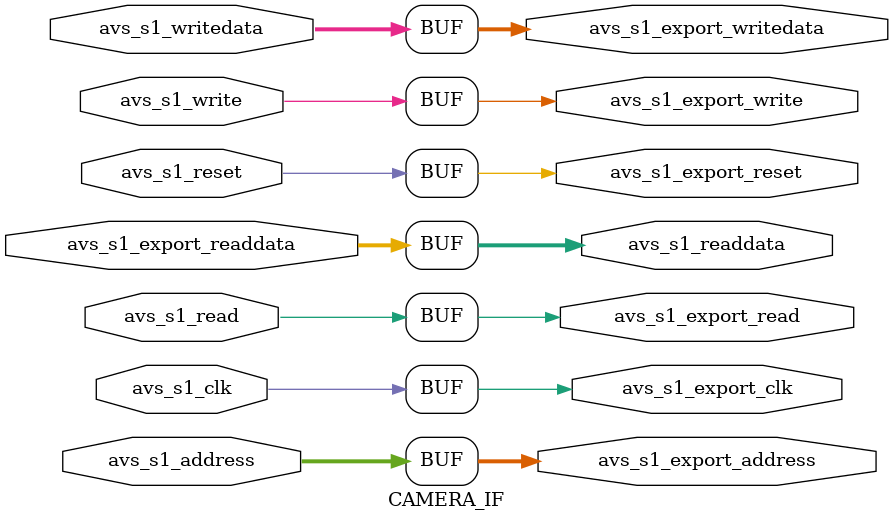
<source format=v>
/*  Save Register Files Definition

Slave:
	offset 0: Address: 32-bits start address
	offset 2: control:
	offset 1: status:


*/

module CAMERA_IF(	//	avalon MM slave port, ISP1362, host control
					// global
					//===== avalon MM s1 slave (read/write)
					// read/write
					avs_s1_clk,
					avs_s1_address,
					avs_s1_readdata,
					avs_s1_read,
					avs_s1_writedata,
					avs_s1_write,
					avs_s1_reset,
					//
					
					//===== Interface s1 to export
					// read/write
					avs_s1_export_clk,
					avs_s1_export_address,
					avs_s1_export_readdata,
					avs_s1_export_read,
					avs_s1_export_writedata,
					avs_s1_export_write,
					avs_s1_export_reset
				
					
			
				 );
				
/*****************************************************************************
 *                           Parameter Declarations                          *
 *****************************************************************************/


/*****************************************************************************
 *                             Internal Wire/Register                         *
 *****************************************************************************/


/*****************************************************************************
 *                             Port Declarations                             *
 *****************************************************************************/
 // s1
input				avs_s1_clk;
input	[1:0]		avs_s1_address;
output	[31:0]		avs_s1_readdata;
input				avs_s1_read;
input	[31:0]		avs_s1_writedata;
input				avs_s1_write;
input				avs_s1_reset;



					//

//===== Interface to export
// s1
output				avs_s1_export_clk;
output	[1:0]		avs_s1_export_address;
input	[31:0]		avs_s1_export_readdata;
output				avs_s1_export_read;
output	[31:0]		avs_s1_export_writedata;
output				avs_s1_export_write;
output				avs_s1_export_reset;



/*****************************************************************************
 *                            Sequence logic                                  *
 *****************************************************************************/
 


/*****************************************************************************
 *                            Combinational logic                            *
 *****************************************************************************/
// s1
assign	avs_s1_export_clk = avs_s1_clk;
assign	avs_s1_export_address = avs_s1_address;
assign	avs_s1_readdata = avs_s1_export_readdata;
assign	avs_s1_export_read = avs_s1_read;
assign	avs_s1_export_writedata = avs_s1_writedata;
assign	avs_s1_export_write = avs_s1_write;
assign	avs_s1_export_reset = avs_s1_reset;


endmodule


</source>
